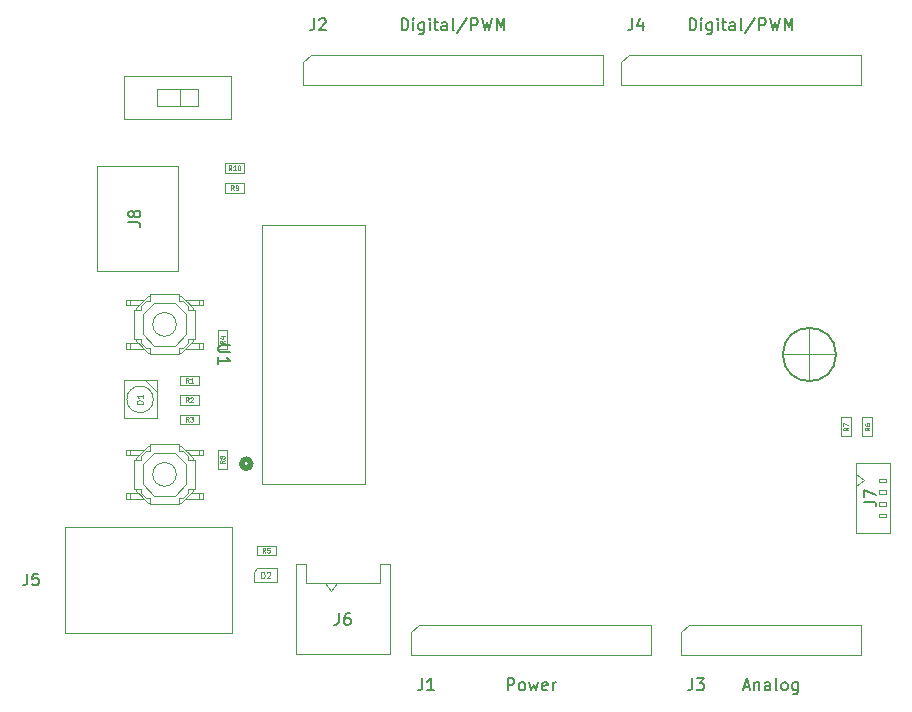
<source format=gbr>
%TF.GenerationSoftware,KiCad,Pcbnew,8.0.4*%
%TF.CreationDate,2024-12-04T08:53:49-07:00*%
%TF.ProjectId,particle-somduino,70617274-6963-46c6-952d-736f6d647569,rev?*%
%TF.SameCoordinates,Original*%
%TF.FileFunction,AssemblyDrawing,Top*%
%FSLAX46Y46*%
G04 Gerber Fmt 4.6, Leading zero omitted, Abs format (unit mm)*
G04 Created by KiCad (PCBNEW 8.0.4) date 2024-12-04 08:53:49*
%MOMM*%
%LPD*%
G01*
G04 APERTURE LIST*
%ADD10C,0.150000*%
%ADD11C,0.060000*%
%ADD12C,0.075000*%
%ADD13C,0.080000*%
%ADD14C,0.100000*%
%ADD15C,0.025400*%
%ADD16C,0.508000*%
%ADD17C,0.127000*%
G04 APERTURE END LIST*
D10*
X134853809Y-101724819D02*
X134853809Y-100724819D01*
X134853809Y-100724819D02*
X135234761Y-100724819D01*
X135234761Y-100724819D02*
X135329999Y-100772438D01*
X135329999Y-100772438D02*
X135377618Y-100820057D01*
X135377618Y-100820057D02*
X135425237Y-100915295D01*
X135425237Y-100915295D02*
X135425237Y-101058152D01*
X135425237Y-101058152D02*
X135377618Y-101153390D01*
X135377618Y-101153390D02*
X135329999Y-101201009D01*
X135329999Y-101201009D02*
X135234761Y-101248628D01*
X135234761Y-101248628D02*
X134853809Y-101248628D01*
X135996666Y-101724819D02*
X135901428Y-101677200D01*
X135901428Y-101677200D02*
X135853809Y-101629580D01*
X135853809Y-101629580D02*
X135806190Y-101534342D01*
X135806190Y-101534342D02*
X135806190Y-101248628D01*
X135806190Y-101248628D02*
X135853809Y-101153390D01*
X135853809Y-101153390D02*
X135901428Y-101105771D01*
X135901428Y-101105771D02*
X135996666Y-101058152D01*
X135996666Y-101058152D02*
X136139523Y-101058152D01*
X136139523Y-101058152D02*
X136234761Y-101105771D01*
X136234761Y-101105771D02*
X136282380Y-101153390D01*
X136282380Y-101153390D02*
X136329999Y-101248628D01*
X136329999Y-101248628D02*
X136329999Y-101534342D01*
X136329999Y-101534342D02*
X136282380Y-101629580D01*
X136282380Y-101629580D02*
X136234761Y-101677200D01*
X136234761Y-101677200D02*
X136139523Y-101724819D01*
X136139523Y-101724819D02*
X135996666Y-101724819D01*
X136663333Y-101058152D02*
X136853809Y-101724819D01*
X136853809Y-101724819D02*
X137044285Y-101248628D01*
X137044285Y-101248628D02*
X137234761Y-101724819D01*
X137234761Y-101724819D02*
X137425237Y-101058152D01*
X138187142Y-101677200D02*
X138091904Y-101724819D01*
X138091904Y-101724819D02*
X137901428Y-101724819D01*
X137901428Y-101724819D02*
X137806190Y-101677200D01*
X137806190Y-101677200D02*
X137758571Y-101581961D01*
X137758571Y-101581961D02*
X137758571Y-101201009D01*
X137758571Y-101201009D02*
X137806190Y-101105771D01*
X137806190Y-101105771D02*
X137901428Y-101058152D01*
X137901428Y-101058152D02*
X138091904Y-101058152D01*
X138091904Y-101058152D02*
X138187142Y-101105771D01*
X138187142Y-101105771D02*
X138234761Y-101201009D01*
X138234761Y-101201009D02*
X138234761Y-101296247D01*
X138234761Y-101296247D02*
X137758571Y-101391485D01*
X138663333Y-101724819D02*
X138663333Y-101058152D01*
X138663333Y-101248628D02*
X138710952Y-101153390D01*
X138710952Y-101153390D02*
X138758571Y-101105771D01*
X138758571Y-101105771D02*
X138853809Y-101058152D01*
X138853809Y-101058152D02*
X138949047Y-101058152D01*
X127606666Y-100724819D02*
X127606666Y-101439104D01*
X127606666Y-101439104D02*
X127559047Y-101581961D01*
X127559047Y-101581961D02*
X127463809Y-101677200D01*
X127463809Y-101677200D02*
X127320952Y-101724819D01*
X127320952Y-101724819D02*
X127225714Y-101724819D01*
X128606666Y-101724819D02*
X128035238Y-101724819D01*
X128320952Y-101724819D02*
X128320952Y-100724819D01*
X128320952Y-100724819D02*
X128225714Y-100867676D01*
X128225714Y-100867676D02*
X128130476Y-100962914D01*
X128130476Y-100962914D02*
X128035238Y-101010533D01*
X154840476Y-101439104D02*
X155316666Y-101439104D01*
X154745238Y-101724819D02*
X155078571Y-100724819D01*
X155078571Y-100724819D02*
X155411904Y-101724819D01*
X155745238Y-101058152D02*
X155745238Y-101724819D01*
X155745238Y-101153390D02*
X155792857Y-101105771D01*
X155792857Y-101105771D02*
X155888095Y-101058152D01*
X155888095Y-101058152D02*
X156030952Y-101058152D01*
X156030952Y-101058152D02*
X156126190Y-101105771D01*
X156126190Y-101105771D02*
X156173809Y-101201009D01*
X156173809Y-101201009D02*
X156173809Y-101724819D01*
X157078571Y-101724819D02*
X157078571Y-101201009D01*
X157078571Y-101201009D02*
X157030952Y-101105771D01*
X157030952Y-101105771D02*
X156935714Y-101058152D01*
X156935714Y-101058152D02*
X156745238Y-101058152D01*
X156745238Y-101058152D02*
X156650000Y-101105771D01*
X157078571Y-101677200D02*
X156983333Y-101724819D01*
X156983333Y-101724819D02*
X156745238Y-101724819D01*
X156745238Y-101724819D02*
X156650000Y-101677200D01*
X156650000Y-101677200D02*
X156602381Y-101581961D01*
X156602381Y-101581961D02*
X156602381Y-101486723D01*
X156602381Y-101486723D02*
X156650000Y-101391485D01*
X156650000Y-101391485D02*
X156745238Y-101343866D01*
X156745238Y-101343866D02*
X156983333Y-101343866D01*
X156983333Y-101343866D02*
X157078571Y-101296247D01*
X157697619Y-101724819D02*
X157602381Y-101677200D01*
X157602381Y-101677200D02*
X157554762Y-101581961D01*
X157554762Y-101581961D02*
X157554762Y-100724819D01*
X158221429Y-101724819D02*
X158126191Y-101677200D01*
X158126191Y-101677200D02*
X158078572Y-101629580D01*
X158078572Y-101629580D02*
X158030953Y-101534342D01*
X158030953Y-101534342D02*
X158030953Y-101248628D01*
X158030953Y-101248628D02*
X158078572Y-101153390D01*
X158078572Y-101153390D02*
X158126191Y-101105771D01*
X158126191Y-101105771D02*
X158221429Y-101058152D01*
X158221429Y-101058152D02*
X158364286Y-101058152D01*
X158364286Y-101058152D02*
X158459524Y-101105771D01*
X158459524Y-101105771D02*
X158507143Y-101153390D01*
X158507143Y-101153390D02*
X158554762Y-101248628D01*
X158554762Y-101248628D02*
X158554762Y-101534342D01*
X158554762Y-101534342D02*
X158507143Y-101629580D01*
X158507143Y-101629580D02*
X158459524Y-101677200D01*
X158459524Y-101677200D02*
X158364286Y-101724819D01*
X158364286Y-101724819D02*
X158221429Y-101724819D01*
X159411905Y-101058152D02*
X159411905Y-101867676D01*
X159411905Y-101867676D02*
X159364286Y-101962914D01*
X159364286Y-101962914D02*
X159316667Y-102010533D01*
X159316667Y-102010533D02*
X159221429Y-102058152D01*
X159221429Y-102058152D02*
X159078572Y-102058152D01*
X159078572Y-102058152D02*
X158983334Y-102010533D01*
X159411905Y-101677200D02*
X159316667Y-101724819D01*
X159316667Y-101724819D02*
X159126191Y-101724819D01*
X159126191Y-101724819D02*
X159030953Y-101677200D01*
X159030953Y-101677200D02*
X158983334Y-101629580D01*
X158983334Y-101629580D02*
X158935715Y-101534342D01*
X158935715Y-101534342D02*
X158935715Y-101248628D01*
X158935715Y-101248628D02*
X158983334Y-101153390D01*
X158983334Y-101153390D02*
X159030953Y-101105771D01*
X159030953Y-101105771D02*
X159126191Y-101058152D01*
X159126191Y-101058152D02*
X159316667Y-101058152D01*
X159316667Y-101058152D02*
X159411905Y-101105771D01*
X150466666Y-100724819D02*
X150466666Y-101439104D01*
X150466666Y-101439104D02*
X150419047Y-101581961D01*
X150419047Y-101581961D02*
X150323809Y-101677200D01*
X150323809Y-101677200D02*
X150180952Y-101724819D01*
X150180952Y-101724819D02*
X150085714Y-101724819D01*
X150847619Y-100724819D02*
X151466666Y-100724819D01*
X151466666Y-100724819D02*
X151133333Y-101105771D01*
X151133333Y-101105771D02*
X151276190Y-101105771D01*
X151276190Y-101105771D02*
X151371428Y-101153390D01*
X151371428Y-101153390D02*
X151419047Y-101201009D01*
X151419047Y-101201009D02*
X151466666Y-101296247D01*
X151466666Y-101296247D02*
X151466666Y-101534342D01*
X151466666Y-101534342D02*
X151419047Y-101629580D01*
X151419047Y-101629580D02*
X151371428Y-101677200D01*
X151371428Y-101677200D02*
X151276190Y-101724819D01*
X151276190Y-101724819D02*
X150990476Y-101724819D01*
X150990476Y-101724819D02*
X150895238Y-101677200D01*
X150895238Y-101677200D02*
X150847619Y-101629580D01*
X125868857Y-45844819D02*
X125868857Y-44844819D01*
X125868857Y-44844819D02*
X126106952Y-44844819D01*
X126106952Y-44844819D02*
X126249809Y-44892438D01*
X126249809Y-44892438D02*
X126345047Y-44987676D01*
X126345047Y-44987676D02*
X126392666Y-45082914D01*
X126392666Y-45082914D02*
X126440285Y-45273390D01*
X126440285Y-45273390D02*
X126440285Y-45416247D01*
X126440285Y-45416247D02*
X126392666Y-45606723D01*
X126392666Y-45606723D02*
X126345047Y-45701961D01*
X126345047Y-45701961D02*
X126249809Y-45797200D01*
X126249809Y-45797200D02*
X126106952Y-45844819D01*
X126106952Y-45844819D02*
X125868857Y-45844819D01*
X126868857Y-45844819D02*
X126868857Y-45178152D01*
X126868857Y-44844819D02*
X126821238Y-44892438D01*
X126821238Y-44892438D02*
X126868857Y-44940057D01*
X126868857Y-44940057D02*
X126916476Y-44892438D01*
X126916476Y-44892438D02*
X126868857Y-44844819D01*
X126868857Y-44844819D02*
X126868857Y-44940057D01*
X127773618Y-45178152D02*
X127773618Y-45987676D01*
X127773618Y-45987676D02*
X127725999Y-46082914D01*
X127725999Y-46082914D02*
X127678380Y-46130533D01*
X127678380Y-46130533D02*
X127583142Y-46178152D01*
X127583142Y-46178152D02*
X127440285Y-46178152D01*
X127440285Y-46178152D02*
X127345047Y-46130533D01*
X127773618Y-45797200D02*
X127678380Y-45844819D01*
X127678380Y-45844819D02*
X127487904Y-45844819D01*
X127487904Y-45844819D02*
X127392666Y-45797200D01*
X127392666Y-45797200D02*
X127345047Y-45749580D01*
X127345047Y-45749580D02*
X127297428Y-45654342D01*
X127297428Y-45654342D02*
X127297428Y-45368628D01*
X127297428Y-45368628D02*
X127345047Y-45273390D01*
X127345047Y-45273390D02*
X127392666Y-45225771D01*
X127392666Y-45225771D02*
X127487904Y-45178152D01*
X127487904Y-45178152D02*
X127678380Y-45178152D01*
X127678380Y-45178152D02*
X127773618Y-45225771D01*
X128249809Y-45844819D02*
X128249809Y-45178152D01*
X128249809Y-44844819D02*
X128202190Y-44892438D01*
X128202190Y-44892438D02*
X128249809Y-44940057D01*
X128249809Y-44940057D02*
X128297428Y-44892438D01*
X128297428Y-44892438D02*
X128249809Y-44844819D01*
X128249809Y-44844819D02*
X128249809Y-44940057D01*
X128583142Y-45178152D02*
X128964094Y-45178152D01*
X128725999Y-44844819D02*
X128725999Y-45701961D01*
X128725999Y-45701961D02*
X128773618Y-45797200D01*
X128773618Y-45797200D02*
X128868856Y-45844819D01*
X128868856Y-45844819D02*
X128964094Y-45844819D01*
X129725999Y-45844819D02*
X129725999Y-45321009D01*
X129725999Y-45321009D02*
X129678380Y-45225771D01*
X129678380Y-45225771D02*
X129583142Y-45178152D01*
X129583142Y-45178152D02*
X129392666Y-45178152D01*
X129392666Y-45178152D02*
X129297428Y-45225771D01*
X129725999Y-45797200D02*
X129630761Y-45844819D01*
X129630761Y-45844819D02*
X129392666Y-45844819D01*
X129392666Y-45844819D02*
X129297428Y-45797200D01*
X129297428Y-45797200D02*
X129249809Y-45701961D01*
X129249809Y-45701961D02*
X129249809Y-45606723D01*
X129249809Y-45606723D02*
X129297428Y-45511485D01*
X129297428Y-45511485D02*
X129392666Y-45463866D01*
X129392666Y-45463866D02*
X129630761Y-45463866D01*
X129630761Y-45463866D02*
X129725999Y-45416247D01*
X130345047Y-45844819D02*
X130249809Y-45797200D01*
X130249809Y-45797200D02*
X130202190Y-45701961D01*
X130202190Y-45701961D02*
X130202190Y-44844819D01*
X131440285Y-44797200D02*
X130583143Y-46082914D01*
X131773619Y-45844819D02*
X131773619Y-44844819D01*
X131773619Y-44844819D02*
X132154571Y-44844819D01*
X132154571Y-44844819D02*
X132249809Y-44892438D01*
X132249809Y-44892438D02*
X132297428Y-44940057D01*
X132297428Y-44940057D02*
X132345047Y-45035295D01*
X132345047Y-45035295D02*
X132345047Y-45178152D01*
X132345047Y-45178152D02*
X132297428Y-45273390D01*
X132297428Y-45273390D02*
X132249809Y-45321009D01*
X132249809Y-45321009D02*
X132154571Y-45368628D01*
X132154571Y-45368628D02*
X131773619Y-45368628D01*
X132678381Y-44844819D02*
X132916476Y-45844819D01*
X132916476Y-45844819D02*
X133106952Y-45130533D01*
X133106952Y-45130533D02*
X133297428Y-45844819D01*
X133297428Y-45844819D02*
X133535524Y-44844819D01*
X133916476Y-45844819D02*
X133916476Y-44844819D01*
X133916476Y-44844819D02*
X134249809Y-45559104D01*
X134249809Y-45559104D02*
X134583142Y-44844819D01*
X134583142Y-44844819D02*
X134583142Y-45844819D01*
X118462666Y-44844819D02*
X118462666Y-45559104D01*
X118462666Y-45559104D02*
X118415047Y-45701961D01*
X118415047Y-45701961D02*
X118319809Y-45797200D01*
X118319809Y-45797200D02*
X118176952Y-45844819D01*
X118176952Y-45844819D02*
X118081714Y-45844819D01*
X118891238Y-44940057D02*
X118938857Y-44892438D01*
X118938857Y-44892438D02*
X119034095Y-44844819D01*
X119034095Y-44844819D02*
X119272190Y-44844819D01*
X119272190Y-44844819D02*
X119367428Y-44892438D01*
X119367428Y-44892438D02*
X119415047Y-44940057D01*
X119415047Y-44940057D02*
X119462666Y-45035295D01*
X119462666Y-45035295D02*
X119462666Y-45130533D01*
X119462666Y-45130533D02*
X119415047Y-45273390D01*
X119415047Y-45273390D02*
X118843619Y-45844819D01*
X118843619Y-45844819D02*
X119462666Y-45844819D01*
X150252857Y-45844819D02*
X150252857Y-44844819D01*
X150252857Y-44844819D02*
X150490952Y-44844819D01*
X150490952Y-44844819D02*
X150633809Y-44892438D01*
X150633809Y-44892438D02*
X150729047Y-44987676D01*
X150729047Y-44987676D02*
X150776666Y-45082914D01*
X150776666Y-45082914D02*
X150824285Y-45273390D01*
X150824285Y-45273390D02*
X150824285Y-45416247D01*
X150824285Y-45416247D02*
X150776666Y-45606723D01*
X150776666Y-45606723D02*
X150729047Y-45701961D01*
X150729047Y-45701961D02*
X150633809Y-45797200D01*
X150633809Y-45797200D02*
X150490952Y-45844819D01*
X150490952Y-45844819D02*
X150252857Y-45844819D01*
X151252857Y-45844819D02*
X151252857Y-45178152D01*
X151252857Y-44844819D02*
X151205238Y-44892438D01*
X151205238Y-44892438D02*
X151252857Y-44940057D01*
X151252857Y-44940057D02*
X151300476Y-44892438D01*
X151300476Y-44892438D02*
X151252857Y-44844819D01*
X151252857Y-44844819D02*
X151252857Y-44940057D01*
X152157618Y-45178152D02*
X152157618Y-45987676D01*
X152157618Y-45987676D02*
X152109999Y-46082914D01*
X152109999Y-46082914D02*
X152062380Y-46130533D01*
X152062380Y-46130533D02*
X151967142Y-46178152D01*
X151967142Y-46178152D02*
X151824285Y-46178152D01*
X151824285Y-46178152D02*
X151729047Y-46130533D01*
X152157618Y-45797200D02*
X152062380Y-45844819D01*
X152062380Y-45844819D02*
X151871904Y-45844819D01*
X151871904Y-45844819D02*
X151776666Y-45797200D01*
X151776666Y-45797200D02*
X151729047Y-45749580D01*
X151729047Y-45749580D02*
X151681428Y-45654342D01*
X151681428Y-45654342D02*
X151681428Y-45368628D01*
X151681428Y-45368628D02*
X151729047Y-45273390D01*
X151729047Y-45273390D02*
X151776666Y-45225771D01*
X151776666Y-45225771D02*
X151871904Y-45178152D01*
X151871904Y-45178152D02*
X152062380Y-45178152D01*
X152062380Y-45178152D02*
X152157618Y-45225771D01*
X152633809Y-45844819D02*
X152633809Y-45178152D01*
X152633809Y-44844819D02*
X152586190Y-44892438D01*
X152586190Y-44892438D02*
X152633809Y-44940057D01*
X152633809Y-44940057D02*
X152681428Y-44892438D01*
X152681428Y-44892438D02*
X152633809Y-44844819D01*
X152633809Y-44844819D02*
X152633809Y-44940057D01*
X152967142Y-45178152D02*
X153348094Y-45178152D01*
X153109999Y-44844819D02*
X153109999Y-45701961D01*
X153109999Y-45701961D02*
X153157618Y-45797200D01*
X153157618Y-45797200D02*
X153252856Y-45844819D01*
X153252856Y-45844819D02*
X153348094Y-45844819D01*
X154109999Y-45844819D02*
X154109999Y-45321009D01*
X154109999Y-45321009D02*
X154062380Y-45225771D01*
X154062380Y-45225771D02*
X153967142Y-45178152D01*
X153967142Y-45178152D02*
X153776666Y-45178152D01*
X153776666Y-45178152D02*
X153681428Y-45225771D01*
X154109999Y-45797200D02*
X154014761Y-45844819D01*
X154014761Y-45844819D02*
X153776666Y-45844819D01*
X153776666Y-45844819D02*
X153681428Y-45797200D01*
X153681428Y-45797200D02*
X153633809Y-45701961D01*
X153633809Y-45701961D02*
X153633809Y-45606723D01*
X153633809Y-45606723D02*
X153681428Y-45511485D01*
X153681428Y-45511485D02*
X153776666Y-45463866D01*
X153776666Y-45463866D02*
X154014761Y-45463866D01*
X154014761Y-45463866D02*
X154109999Y-45416247D01*
X154729047Y-45844819D02*
X154633809Y-45797200D01*
X154633809Y-45797200D02*
X154586190Y-45701961D01*
X154586190Y-45701961D02*
X154586190Y-44844819D01*
X155824285Y-44797200D02*
X154967143Y-46082914D01*
X156157619Y-45844819D02*
X156157619Y-44844819D01*
X156157619Y-44844819D02*
X156538571Y-44844819D01*
X156538571Y-44844819D02*
X156633809Y-44892438D01*
X156633809Y-44892438D02*
X156681428Y-44940057D01*
X156681428Y-44940057D02*
X156729047Y-45035295D01*
X156729047Y-45035295D02*
X156729047Y-45178152D01*
X156729047Y-45178152D02*
X156681428Y-45273390D01*
X156681428Y-45273390D02*
X156633809Y-45321009D01*
X156633809Y-45321009D02*
X156538571Y-45368628D01*
X156538571Y-45368628D02*
X156157619Y-45368628D01*
X157062381Y-44844819D02*
X157300476Y-45844819D01*
X157300476Y-45844819D02*
X157490952Y-45130533D01*
X157490952Y-45130533D02*
X157681428Y-45844819D01*
X157681428Y-45844819D02*
X157919524Y-44844819D01*
X158300476Y-45844819D02*
X158300476Y-44844819D01*
X158300476Y-44844819D02*
X158633809Y-45559104D01*
X158633809Y-45559104D02*
X158967142Y-44844819D01*
X158967142Y-44844819D02*
X158967142Y-45844819D01*
X145386666Y-44844819D02*
X145386666Y-45559104D01*
X145386666Y-45559104D02*
X145339047Y-45701961D01*
X145339047Y-45701961D02*
X145243809Y-45797200D01*
X145243809Y-45797200D02*
X145100952Y-45844819D01*
X145100952Y-45844819D02*
X145005714Y-45844819D01*
X146291428Y-45178152D02*
X146291428Y-45844819D01*
X146053333Y-44797200D02*
X145815238Y-45511485D01*
X145815238Y-45511485D02*
X146434285Y-45511485D01*
D11*
X110881927Y-72116666D02*
X110691451Y-72249999D01*
X110881927Y-72345237D02*
X110481927Y-72345237D01*
X110481927Y-72345237D02*
X110481927Y-72192856D01*
X110481927Y-72192856D02*
X110500975Y-72154761D01*
X110500975Y-72154761D02*
X110520022Y-72135714D01*
X110520022Y-72135714D02*
X110558118Y-72116666D01*
X110558118Y-72116666D02*
X110615260Y-72116666D01*
X110615260Y-72116666D02*
X110653356Y-72135714D01*
X110653356Y-72135714D02*
X110672403Y-72154761D01*
X110672403Y-72154761D02*
X110691451Y-72192856D01*
X110691451Y-72192856D02*
X110691451Y-72345237D01*
X110615260Y-71773809D02*
X110881927Y-71773809D01*
X110462880Y-71869047D02*
X110748594Y-71964285D01*
X110748594Y-71964285D02*
X110748594Y-71716666D01*
X107838333Y-75681927D02*
X107705000Y-75491451D01*
X107609762Y-75681927D02*
X107609762Y-75281927D01*
X107609762Y-75281927D02*
X107762143Y-75281927D01*
X107762143Y-75281927D02*
X107800238Y-75300975D01*
X107800238Y-75300975D02*
X107819285Y-75320022D01*
X107819285Y-75320022D02*
X107838333Y-75358118D01*
X107838333Y-75358118D02*
X107838333Y-75415260D01*
X107838333Y-75415260D02*
X107819285Y-75453356D01*
X107819285Y-75453356D02*
X107800238Y-75472403D01*
X107800238Y-75472403D02*
X107762143Y-75491451D01*
X107762143Y-75491451D02*
X107609762Y-75491451D01*
X108219285Y-75681927D02*
X107990714Y-75681927D01*
X108105000Y-75681927D02*
X108105000Y-75281927D01*
X108105000Y-75281927D02*
X108066904Y-75339070D01*
X108066904Y-75339070D02*
X108028809Y-75377165D01*
X108028809Y-75377165D02*
X107990714Y-75396213D01*
X114333333Y-90081927D02*
X114200000Y-89891451D01*
X114104762Y-90081927D02*
X114104762Y-89681927D01*
X114104762Y-89681927D02*
X114257143Y-89681927D01*
X114257143Y-89681927D02*
X114295238Y-89700975D01*
X114295238Y-89700975D02*
X114314285Y-89720022D01*
X114314285Y-89720022D02*
X114333333Y-89758118D01*
X114333333Y-89758118D02*
X114333333Y-89815260D01*
X114333333Y-89815260D02*
X114314285Y-89853356D01*
X114314285Y-89853356D02*
X114295238Y-89872403D01*
X114295238Y-89872403D02*
X114257143Y-89891451D01*
X114257143Y-89891451D02*
X114104762Y-89891451D01*
X114695238Y-89681927D02*
X114504762Y-89681927D01*
X114504762Y-89681927D02*
X114485714Y-89872403D01*
X114485714Y-89872403D02*
X114504762Y-89853356D01*
X114504762Y-89853356D02*
X114542857Y-89834308D01*
X114542857Y-89834308D02*
X114638095Y-89834308D01*
X114638095Y-89834308D02*
X114676190Y-89853356D01*
X114676190Y-89853356D02*
X114695238Y-89872403D01*
X114695238Y-89872403D02*
X114714285Y-89910499D01*
X114714285Y-89910499D02*
X114714285Y-90005737D01*
X114714285Y-90005737D02*
X114695238Y-90043832D01*
X114695238Y-90043832D02*
X114676190Y-90062880D01*
X114676190Y-90062880D02*
X114638095Y-90081927D01*
X114638095Y-90081927D02*
X114542857Y-90081927D01*
X114542857Y-90081927D02*
X114504762Y-90062880D01*
X114504762Y-90062880D02*
X114485714Y-90043832D01*
D10*
X120566666Y-95204819D02*
X120566666Y-95919104D01*
X120566666Y-95919104D02*
X120519047Y-96061961D01*
X120519047Y-96061961D02*
X120423809Y-96157200D01*
X120423809Y-96157200D02*
X120280952Y-96204819D01*
X120280952Y-96204819D02*
X120185714Y-96204819D01*
X121471428Y-95204819D02*
X121280952Y-95204819D01*
X121280952Y-95204819D02*
X121185714Y-95252438D01*
X121185714Y-95252438D02*
X121138095Y-95300057D01*
X121138095Y-95300057D02*
X121042857Y-95442914D01*
X121042857Y-95442914D02*
X120995238Y-95633390D01*
X120995238Y-95633390D02*
X120995238Y-96014342D01*
X120995238Y-96014342D02*
X121042857Y-96109580D01*
X121042857Y-96109580D02*
X121090476Y-96157200D01*
X121090476Y-96157200D02*
X121185714Y-96204819D01*
X121185714Y-96204819D02*
X121376190Y-96204819D01*
X121376190Y-96204819D02*
X121471428Y-96157200D01*
X121471428Y-96157200D02*
X121519047Y-96109580D01*
X121519047Y-96109580D02*
X121566666Y-96014342D01*
X121566666Y-96014342D02*
X121566666Y-95776247D01*
X121566666Y-95776247D02*
X121519047Y-95681009D01*
X121519047Y-95681009D02*
X121471428Y-95633390D01*
X121471428Y-95633390D02*
X121376190Y-95585771D01*
X121376190Y-95585771D02*
X121185714Y-95585771D01*
X121185714Y-95585771D02*
X121090476Y-95633390D01*
X121090476Y-95633390D02*
X121042857Y-95681009D01*
X121042857Y-95681009D02*
X120995238Y-95776247D01*
D12*
X103957409Y-77469047D02*
X103457409Y-77469047D01*
X103457409Y-77469047D02*
X103457409Y-77349999D01*
X103457409Y-77349999D02*
X103481219Y-77278571D01*
X103481219Y-77278571D02*
X103528838Y-77230952D01*
X103528838Y-77230952D02*
X103576457Y-77207142D01*
X103576457Y-77207142D02*
X103671695Y-77183333D01*
X103671695Y-77183333D02*
X103743123Y-77183333D01*
X103743123Y-77183333D02*
X103838361Y-77207142D01*
X103838361Y-77207142D02*
X103885980Y-77230952D01*
X103885980Y-77230952D02*
X103933600Y-77278571D01*
X103933600Y-77278571D02*
X103957409Y-77349999D01*
X103957409Y-77349999D02*
X103957409Y-77469047D01*
X103957409Y-76707142D02*
X103957409Y-76992856D01*
X103957409Y-76849999D02*
X103457409Y-76849999D01*
X103457409Y-76849999D02*
X103528838Y-76897618D01*
X103528838Y-76897618D02*
X103576457Y-76945237D01*
X103576457Y-76945237D02*
X103600266Y-76992856D01*
D10*
X94166666Y-91854819D02*
X94166666Y-92569104D01*
X94166666Y-92569104D02*
X94119047Y-92711961D01*
X94119047Y-92711961D02*
X94023809Y-92807200D01*
X94023809Y-92807200D02*
X93880952Y-92854819D01*
X93880952Y-92854819D02*
X93785714Y-92854819D01*
X95119047Y-91854819D02*
X94642857Y-91854819D01*
X94642857Y-91854819D02*
X94595238Y-92331009D01*
X94595238Y-92331009D02*
X94642857Y-92283390D01*
X94642857Y-92283390D02*
X94738095Y-92235771D01*
X94738095Y-92235771D02*
X94976190Y-92235771D01*
X94976190Y-92235771D02*
X95071428Y-92283390D01*
X95071428Y-92283390D02*
X95119047Y-92331009D01*
X95119047Y-92331009D02*
X95166666Y-92426247D01*
X95166666Y-92426247D02*
X95166666Y-92664342D01*
X95166666Y-92664342D02*
X95119047Y-92759580D01*
X95119047Y-92759580D02*
X95071428Y-92807200D01*
X95071428Y-92807200D02*
X94976190Y-92854819D01*
X94976190Y-92854819D02*
X94738095Y-92854819D01*
X94738095Y-92854819D02*
X94642857Y-92807200D01*
X94642857Y-92807200D02*
X94595238Y-92759580D01*
D11*
X110881927Y-82266666D02*
X110691451Y-82399999D01*
X110881927Y-82495237D02*
X110481927Y-82495237D01*
X110481927Y-82495237D02*
X110481927Y-82342856D01*
X110481927Y-82342856D02*
X110500975Y-82304761D01*
X110500975Y-82304761D02*
X110520022Y-82285714D01*
X110520022Y-82285714D02*
X110558118Y-82266666D01*
X110558118Y-82266666D02*
X110615260Y-82266666D01*
X110615260Y-82266666D02*
X110653356Y-82285714D01*
X110653356Y-82285714D02*
X110672403Y-82304761D01*
X110672403Y-82304761D02*
X110691451Y-82342856D01*
X110691451Y-82342856D02*
X110691451Y-82495237D01*
X110653356Y-82038095D02*
X110634308Y-82076190D01*
X110634308Y-82076190D02*
X110615260Y-82095237D01*
X110615260Y-82095237D02*
X110577165Y-82114285D01*
X110577165Y-82114285D02*
X110558118Y-82114285D01*
X110558118Y-82114285D02*
X110520022Y-82095237D01*
X110520022Y-82095237D02*
X110500975Y-82076190D01*
X110500975Y-82076190D02*
X110481927Y-82038095D01*
X110481927Y-82038095D02*
X110481927Y-81961904D01*
X110481927Y-81961904D02*
X110500975Y-81923809D01*
X110500975Y-81923809D02*
X110520022Y-81904761D01*
X110520022Y-81904761D02*
X110558118Y-81885714D01*
X110558118Y-81885714D02*
X110577165Y-81885714D01*
X110577165Y-81885714D02*
X110615260Y-81904761D01*
X110615260Y-81904761D02*
X110634308Y-81923809D01*
X110634308Y-81923809D02*
X110653356Y-81961904D01*
X110653356Y-81961904D02*
X110653356Y-82038095D01*
X110653356Y-82038095D02*
X110672403Y-82076190D01*
X110672403Y-82076190D02*
X110691451Y-82095237D01*
X110691451Y-82095237D02*
X110729546Y-82114285D01*
X110729546Y-82114285D02*
X110805737Y-82114285D01*
X110805737Y-82114285D02*
X110843832Y-82095237D01*
X110843832Y-82095237D02*
X110862880Y-82076190D01*
X110862880Y-82076190D02*
X110881927Y-82038095D01*
X110881927Y-82038095D02*
X110881927Y-81961904D01*
X110881927Y-81961904D02*
X110862880Y-81923809D01*
X110862880Y-81923809D02*
X110843832Y-81904761D01*
X110843832Y-81904761D02*
X110805737Y-81885714D01*
X110805737Y-81885714D02*
X110729546Y-81885714D01*
X110729546Y-81885714D02*
X110691451Y-81904761D01*
X110691451Y-81904761D02*
X110672403Y-81923809D01*
X110672403Y-81923809D02*
X110653356Y-81961904D01*
D10*
X111359880Y-72538095D02*
X110550357Y-72538095D01*
X110550357Y-72538095D02*
X110455119Y-72585714D01*
X110455119Y-72585714D02*
X110407500Y-72633333D01*
X110407500Y-72633333D02*
X110359880Y-72728571D01*
X110359880Y-72728571D02*
X110359880Y-72919047D01*
X110359880Y-72919047D02*
X110407500Y-73014285D01*
X110407500Y-73014285D02*
X110455119Y-73061904D01*
X110455119Y-73061904D02*
X110550357Y-73109523D01*
X110550357Y-73109523D02*
X111359880Y-73109523D01*
X110359880Y-74109523D02*
X110359880Y-73538095D01*
X110359880Y-73823809D02*
X111359880Y-73823809D01*
X111359880Y-73823809D02*
X111217023Y-73728571D01*
X111217023Y-73728571D02*
X111121785Y-73633333D01*
X111121785Y-73633333D02*
X111074166Y-73538095D01*
D11*
X111467857Y-57681927D02*
X111334524Y-57491451D01*
X111239286Y-57681927D02*
X111239286Y-57281927D01*
X111239286Y-57281927D02*
X111391667Y-57281927D01*
X111391667Y-57281927D02*
X111429762Y-57300975D01*
X111429762Y-57300975D02*
X111448809Y-57320022D01*
X111448809Y-57320022D02*
X111467857Y-57358118D01*
X111467857Y-57358118D02*
X111467857Y-57415260D01*
X111467857Y-57415260D02*
X111448809Y-57453356D01*
X111448809Y-57453356D02*
X111429762Y-57472403D01*
X111429762Y-57472403D02*
X111391667Y-57491451D01*
X111391667Y-57491451D02*
X111239286Y-57491451D01*
X111848809Y-57681927D02*
X111620238Y-57681927D01*
X111734524Y-57681927D02*
X111734524Y-57281927D01*
X111734524Y-57281927D02*
X111696428Y-57339070D01*
X111696428Y-57339070D02*
X111658333Y-57377165D01*
X111658333Y-57377165D02*
X111620238Y-57396213D01*
X112096428Y-57281927D02*
X112134523Y-57281927D01*
X112134523Y-57281927D02*
X112172619Y-57300975D01*
X112172619Y-57300975D02*
X112191666Y-57320022D01*
X112191666Y-57320022D02*
X112210714Y-57358118D01*
X112210714Y-57358118D02*
X112229761Y-57434308D01*
X112229761Y-57434308D02*
X112229761Y-57529546D01*
X112229761Y-57529546D02*
X112210714Y-57605737D01*
X112210714Y-57605737D02*
X112191666Y-57643832D01*
X112191666Y-57643832D02*
X112172619Y-57662880D01*
X112172619Y-57662880D02*
X112134523Y-57681927D01*
X112134523Y-57681927D02*
X112096428Y-57681927D01*
X112096428Y-57681927D02*
X112058333Y-57662880D01*
X112058333Y-57662880D02*
X112039285Y-57643832D01*
X112039285Y-57643832D02*
X112020238Y-57605737D01*
X112020238Y-57605737D02*
X112001190Y-57529546D01*
X112001190Y-57529546D02*
X112001190Y-57434308D01*
X112001190Y-57434308D02*
X112020238Y-57358118D01*
X112020238Y-57358118D02*
X112039285Y-57320022D01*
X112039285Y-57320022D02*
X112058333Y-57300975D01*
X112058333Y-57300975D02*
X112096428Y-57281927D01*
X107838333Y-77331927D02*
X107705000Y-77141451D01*
X107609762Y-77331927D02*
X107609762Y-76931927D01*
X107609762Y-76931927D02*
X107762143Y-76931927D01*
X107762143Y-76931927D02*
X107800238Y-76950975D01*
X107800238Y-76950975D02*
X107819285Y-76970022D01*
X107819285Y-76970022D02*
X107838333Y-77008118D01*
X107838333Y-77008118D02*
X107838333Y-77065260D01*
X107838333Y-77065260D02*
X107819285Y-77103356D01*
X107819285Y-77103356D02*
X107800238Y-77122403D01*
X107800238Y-77122403D02*
X107762143Y-77141451D01*
X107762143Y-77141451D02*
X107609762Y-77141451D01*
X107990714Y-76970022D02*
X108009762Y-76950975D01*
X108009762Y-76950975D02*
X108047857Y-76931927D01*
X108047857Y-76931927D02*
X108143095Y-76931927D01*
X108143095Y-76931927D02*
X108181190Y-76950975D01*
X108181190Y-76950975D02*
X108200238Y-76970022D01*
X108200238Y-76970022D02*
X108219285Y-77008118D01*
X108219285Y-77008118D02*
X108219285Y-77046213D01*
X108219285Y-77046213D02*
X108200238Y-77103356D01*
X108200238Y-77103356D02*
X107971666Y-77331927D01*
X107971666Y-77331927D02*
X108219285Y-77331927D01*
X165481927Y-79491666D02*
X165291451Y-79624999D01*
X165481927Y-79720237D02*
X165081927Y-79720237D01*
X165081927Y-79720237D02*
X165081927Y-79567856D01*
X165081927Y-79567856D02*
X165100975Y-79529761D01*
X165100975Y-79529761D02*
X165120022Y-79510714D01*
X165120022Y-79510714D02*
X165158118Y-79491666D01*
X165158118Y-79491666D02*
X165215260Y-79491666D01*
X165215260Y-79491666D02*
X165253356Y-79510714D01*
X165253356Y-79510714D02*
X165272403Y-79529761D01*
X165272403Y-79529761D02*
X165291451Y-79567856D01*
X165291451Y-79567856D02*
X165291451Y-79720237D01*
X165081927Y-79148809D02*
X165081927Y-79224999D01*
X165081927Y-79224999D02*
X165100975Y-79263095D01*
X165100975Y-79263095D02*
X165120022Y-79282142D01*
X165120022Y-79282142D02*
X165177165Y-79320237D01*
X165177165Y-79320237D02*
X165253356Y-79339285D01*
X165253356Y-79339285D02*
X165405737Y-79339285D01*
X165405737Y-79339285D02*
X165443832Y-79320237D01*
X165443832Y-79320237D02*
X165462880Y-79301190D01*
X165462880Y-79301190D02*
X165481927Y-79263095D01*
X165481927Y-79263095D02*
X165481927Y-79186904D01*
X165481927Y-79186904D02*
X165462880Y-79148809D01*
X165462880Y-79148809D02*
X165443832Y-79129761D01*
X165443832Y-79129761D02*
X165405737Y-79110714D01*
X165405737Y-79110714D02*
X165310499Y-79110714D01*
X165310499Y-79110714D02*
X165272403Y-79129761D01*
X165272403Y-79129761D02*
X165253356Y-79148809D01*
X165253356Y-79148809D02*
X165234308Y-79186904D01*
X165234308Y-79186904D02*
X165234308Y-79263095D01*
X165234308Y-79263095D02*
X165253356Y-79301190D01*
X165253356Y-79301190D02*
X165272403Y-79320237D01*
X165272403Y-79320237D02*
X165310499Y-79339285D01*
X111658333Y-59381927D02*
X111525000Y-59191451D01*
X111429762Y-59381927D02*
X111429762Y-58981927D01*
X111429762Y-58981927D02*
X111582143Y-58981927D01*
X111582143Y-58981927D02*
X111620238Y-59000975D01*
X111620238Y-59000975D02*
X111639285Y-59020022D01*
X111639285Y-59020022D02*
X111658333Y-59058118D01*
X111658333Y-59058118D02*
X111658333Y-59115260D01*
X111658333Y-59115260D02*
X111639285Y-59153356D01*
X111639285Y-59153356D02*
X111620238Y-59172403D01*
X111620238Y-59172403D02*
X111582143Y-59191451D01*
X111582143Y-59191451D02*
X111429762Y-59191451D01*
X111848809Y-59381927D02*
X111925000Y-59381927D01*
X111925000Y-59381927D02*
X111963095Y-59362880D01*
X111963095Y-59362880D02*
X111982143Y-59343832D01*
X111982143Y-59343832D02*
X112020238Y-59286689D01*
X112020238Y-59286689D02*
X112039285Y-59210499D01*
X112039285Y-59210499D02*
X112039285Y-59058118D01*
X112039285Y-59058118D02*
X112020238Y-59020022D01*
X112020238Y-59020022D02*
X112001190Y-59000975D01*
X112001190Y-59000975D02*
X111963095Y-58981927D01*
X111963095Y-58981927D02*
X111886904Y-58981927D01*
X111886904Y-58981927D02*
X111848809Y-59000975D01*
X111848809Y-59000975D02*
X111829762Y-59020022D01*
X111829762Y-59020022D02*
X111810714Y-59058118D01*
X111810714Y-59058118D02*
X111810714Y-59153356D01*
X111810714Y-59153356D02*
X111829762Y-59191451D01*
X111829762Y-59191451D02*
X111848809Y-59210499D01*
X111848809Y-59210499D02*
X111886904Y-59229546D01*
X111886904Y-59229546D02*
X111963095Y-59229546D01*
X111963095Y-59229546D02*
X112001190Y-59210499D01*
X112001190Y-59210499D02*
X112020238Y-59191451D01*
X112020238Y-59191451D02*
X112039285Y-59153356D01*
D10*
X102749819Y-62123333D02*
X103464104Y-62123333D01*
X103464104Y-62123333D02*
X103606961Y-62170952D01*
X103606961Y-62170952D02*
X103702200Y-62266190D01*
X103702200Y-62266190D02*
X103749819Y-62409047D01*
X103749819Y-62409047D02*
X103749819Y-62504285D01*
X103178390Y-61504285D02*
X103130771Y-61599523D01*
X103130771Y-61599523D02*
X103083152Y-61647142D01*
X103083152Y-61647142D02*
X102987914Y-61694761D01*
X102987914Y-61694761D02*
X102940295Y-61694761D01*
X102940295Y-61694761D02*
X102845057Y-61647142D01*
X102845057Y-61647142D02*
X102797438Y-61599523D01*
X102797438Y-61599523D02*
X102749819Y-61504285D01*
X102749819Y-61504285D02*
X102749819Y-61313809D01*
X102749819Y-61313809D02*
X102797438Y-61218571D01*
X102797438Y-61218571D02*
X102845057Y-61170952D01*
X102845057Y-61170952D02*
X102940295Y-61123333D01*
X102940295Y-61123333D02*
X102987914Y-61123333D01*
X102987914Y-61123333D02*
X103083152Y-61170952D01*
X103083152Y-61170952D02*
X103130771Y-61218571D01*
X103130771Y-61218571D02*
X103178390Y-61313809D01*
X103178390Y-61313809D02*
X103178390Y-61504285D01*
X103178390Y-61504285D02*
X103226009Y-61599523D01*
X103226009Y-61599523D02*
X103273628Y-61647142D01*
X103273628Y-61647142D02*
X103368866Y-61694761D01*
X103368866Y-61694761D02*
X103559342Y-61694761D01*
X103559342Y-61694761D02*
X103654580Y-61647142D01*
X103654580Y-61647142D02*
X103702200Y-61599523D01*
X103702200Y-61599523D02*
X103749819Y-61504285D01*
X103749819Y-61504285D02*
X103749819Y-61313809D01*
X103749819Y-61313809D02*
X103702200Y-61218571D01*
X103702200Y-61218571D02*
X103654580Y-61170952D01*
X103654580Y-61170952D02*
X103559342Y-61123333D01*
X103559342Y-61123333D02*
X103368866Y-61123333D01*
X103368866Y-61123333D02*
X103273628Y-61170952D01*
X103273628Y-61170952D02*
X103226009Y-61218571D01*
X103226009Y-61218571D02*
X103178390Y-61313809D01*
D13*
X113993452Y-92227149D02*
X113993452Y-91727149D01*
X113993452Y-91727149D02*
X114112500Y-91727149D01*
X114112500Y-91727149D02*
X114183928Y-91750959D01*
X114183928Y-91750959D02*
X114231547Y-91798578D01*
X114231547Y-91798578D02*
X114255357Y-91846197D01*
X114255357Y-91846197D02*
X114279166Y-91941435D01*
X114279166Y-91941435D02*
X114279166Y-92012863D01*
X114279166Y-92012863D02*
X114255357Y-92108101D01*
X114255357Y-92108101D02*
X114231547Y-92155720D01*
X114231547Y-92155720D02*
X114183928Y-92203340D01*
X114183928Y-92203340D02*
X114112500Y-92227149D01*
X114112500Y-92227149D02*
X113993452Y-92227149D01*
X114469643Y-91774768D02*
X114493452Y-91750959D01*
X114493452Y-91750959D02*
X114541071Y-91727149D01*
X114541071Y-91727149D02*
X114660119Y-91727149D01*
X114660119Y-91727149D02*
X114707738Y-91750959D01*
X114707738Y-91750959D02*
X114731547Y-91774768D01*
X114731547Y-91774768D02*
X114755357Y-91822387D01*
X114755357Y-91822387D02*
X114755357Y-91870006D01*
X114755357Y-91870006D02*
X114731547Y-91941435D01*
X114731547Y-91941435D02*
X114445833Y-92227149D01*
X114445833Y-92227149D02*
X114755357Y-92227149D01*
D11*
X107838333Y-78981927D02*
X107705000Y-78791451D01*
X107609762Y-78981927D02*
X107609762Y-78581927D01*
X107609762Y-78581927D02*
X107762143Y-78581927D01*
X107762143Y-78581927D02*
X107800238Y-78600975D01*
X107800238Y-78600975D02*
X107819285Y-78620022D01*
X107819285Y-78620022D02*
X107838333Y-78658118D01*
X107838333Y-78658118D02*
X107838333Y-78715260D01*
X107838333Y-78715260D02*
X107819285Y-78753356D01*
X107819285Y-78753356D02*
X107800238Y-78772403D01*
X107800238Y-78772403D02*
X107762143Y-78791451D01*
X107762143Y-78791451D02*
X107609762Y-78791451D01*
X107971666Y-78581927D02*
X108219285Y-78581927D01*
X108219285Y-78581927D02*
X108085952Y-78734308D01*
X108085952Y-78734308D02*
X108143095Y-78734308D01*
X108143095Y-78734308D02*
X108181190Y-78753356D01*
X108181190Y-78753356D02*
X108200238Y-78772403D01*
X108200238Y-78772403D02*
X108219285Y-78810499D01*
X108219285Y-78810499D02*
X108219285Y-78905737D01*
X108219285Y-78905737D02*
X108200238Y-78943832D01*
X108200238Y-78943832D02*
X108181190Y-78962880D01*
X108181190Y-78962880D02*
X108143095Y-78981927D01*
X108143095Y-78981927D02*
X108028809Y-78981927D01*
X108028809Y-78981927D02*
X107990714Y-78962880D01*
X107990714Y-78962880D02*
X107971666Y-78943832D01*
X163681927Y-79491666D02*
X163491451Y-79624999D01*
X163681927Y-79720237D02*
X163281927Y-79720237D01*
X163281927Y-79720237D02*
X163281927Y-79567856D01*
X163281927Y-79567856D02*
X163300975Y-79529761D01*
X163300975Y-79529761D02*
X163320022Y-79510714D01*
X163320022Y-79510714D02*
X163358118Y-79491666D01*
X163358118Y-79491666D02*
X163415260Y-79491666D01*
X163415260Y-79491666D02*
X163453356Y-79510714D01*
X163453356Y-79510714D02*
X163472403Y-79529761D01*
X163472403Y-79529761D02*
X163491451Y-79567856D01*
X163491451Y-79567856D02*
X163491451Y-79720237D01*
X163281927Y-79358333D02*
X163281927Y-79091666D01*
X163281927Y-79091666D02*
X163681927Y-79263095D01*
D10*
X165054819Y-85783333D02*
X165769104Y-85783333D01*
X165769104Y-85783333D02*
X165911961Y-85830952D01*
X165911961Y-85830952D02*
X166007200Y-85926190D01*
X166007200Y-85926190D02*
X166054819Y-86069047D01*
X166054819Y-86069047D02*
X166054819Y-86164285D01*
X165054819Y-85402380D02*
X165054819Y-84735714D01*
X165054819Y-84735714D02*
X166054819Y-85164285D01*
D14*
%TO.C,J1*%
X126670000Y-96825000D02*
X127305000Y-96190000D01*
X126670000Y-98730000D02*
X126670000Y-96825000D01*
X127305000Y-96190000D02*
X146990000Y-96190000D01*
X146990000Y-96190000D02*
X146990000Y-98730000D01*
X146990000Y-98730000D02*
X126670000Y-98730000D01*
%TO.C,J3*%
X149530000Y-96825000D02*
X150165000Y-96190000D01*
X149530000Y-98730000D02*
X149530000Y-96825000D01*
X150165000Y-96190000D02*
X164770000Y-96190000D01*
X164770000Y-96190000D02*
X164770000Y-98730000D01*
X164770000Y-98730000D02*
X149530000Y-98730000D01*
%TO.C,J2*%
X117526000Y-48565000D02*
X118161000Y-47930000D01*
X117526000Y-50470000D02*
X117526000Y-48565000D01*
X118161000Y-47930000D02*
X142926000Y-47930000D01*
X142926000Y-47930000D02*
X142926000Y-50470000D01*
X142926000Y-50470000D02*
X117526000Y-50470000D01*
%TO.C,J4*%
X144450000Y-48565000D02*
X145085000Y-47930000D01*
X144450000Y-50470000D02*
X144450000Y-48565000D01*
X145085000Y-47930000D02*
X164770000Y-47930000D01*
X164770000Y-47930000D02*
X164770000Y-50470000D01*
X164770000Y-50470000D02*
X144450000Y-50470000D01*
%TO.C,R4*%
X110287500Y-71250000D02*
X111112500Y-71250000D01*
X110287500Y-72850000D02*
X110287500Y-71250000D01*
X111112500Y-71250000D02*
X111112500Y-72850000D01*
X111112500Y-72850000D02*
X110287500Y-72850000D01*
%TO.C,R1*%
X107105000Y-75087500D02*
X108705000Y-75087500D01*
X107105000Y-75912500D02*
X107105000Y-75087500D01*
X108705000Y-75087500D02*
X108705000Y-75912500D01*
X108705000Y-75912500D02*
X107105000Y-75912500D01*
%TO.C,SW1*%
X102900000Y-81350000D02*
X102900000Y-81850000D01*
X102900000Y-85550000D02*
X102900000Y-85050000D01*
X103400000Y-82050000D02*
X104400000Y-81050000D01*
X103400000Y-82200000D02*
X103400000Y-82050000D01*
X103400000Y-84850000D02*
X103400000Y-84700000D01*
X104400000Y-81050000D02*
X104550000Y-81050000D01*
X104400000Y-85850000D02*
X103400000Y-84850000D01*
X104550000Y-85850000D02*
X104400000Y-85850000D01*
X107050000Y-81050000D02*
X107200000Y-81050000D01*
X107200000Y-81050000D02*
X108200000Y-82050000D01*
X107200000Y-85850000D02*
X107050000Y-85850000D01*
X108200000Y-82050000D02*
X108200000Y-82200000D01*
X108200000Y-84700000D02*
X108200000Y-84850000D01*
X108200000Y-84850000D02*
X107200000Y-85850000D01*
X108700000Y-81350000D02*
X108700000Y-81850000D01*
X108700000Y-85550000D02*
X108700000Y-85050000D01*
X106800000Y-83450000D02*
G75*
G02*
X104800000Y-83450000I-1000000J0D01*
G01*
X104800000Y-83450000D02*
G75*
G02*
X106800000Y-83450000I1000000J0D01*
G01*
X103600000Y-81850000D02*
X102550000Y-81850000D01*
X102550000Y-81350000D01*
X104100000Y-81350000D01*
X103600000Y-81850000D01*
X104100000Y-85550000D02*
X102550000Y-85550000D01*
X102550000Y-85050000D01*
X103600000Y-85050000D01*
X104100000Y-85550000D01*
X109050000Y-81850000D02*
X108000000Y-81850000D01*
X107500000Y-81350000D01*
X109050000Y-81350000D01*
X109050000Y-81850000D01*
X109050000Y-85550000D02*
X107500000Y-85550000D01*
X108000000Y-85050000D01*
X109050000Y-85050000D01*
X109050000Y-85550000D01*
X107650000Y-82600000D02*
X107650000Y-84300000D01*
X106650000Y-85300000D01*
X104950000Y-85300000D01*
X103950000Y-84300000D01*
X103950000Y-82600000D01*
X104950000Y-81600000D01*
X106650000Y-81600000D01*
X107650000Y-82600000D01*
X107050000Y-81475000D02*
X107375000Y-81475000D01*
X107775000Y-81875000D01*
X107775000Y-82200000D01*
X108350000Y-82200000D01*
X108350000Y-84700000D01*
X107775000Y-84700000D01*
X107775000Y-85025000D01*
X107375000Y-85425000D01*
X107050000Y-85425000D01*
X107050000Y-86000000D01*
X104550000Y-86000000D01*
X104550000Y-85425000D01*
X104225000Y-85425000D01*
X103825000Y-85025000D01*
X103825000Y-84700000D01*
X103250000Y-84700000D01*
X103250000Y-82200000D01*
X103825000Y-82200000D01*
X103825000Y-81875000D01*
X104225000Y-81475000D01*
X104550000Y-81475000D01*
X104550000Y-80900000D01*
X107050000Y-80900000D01*
X107050000Y-81475000D01*
%TO.C,R5*%
X113600000Y-89487500D02*
X115200000Y-89487500D01*
X113600000Y-90312500D02*
X113600000Y-89487500D01*
X115200000Y-89487500D02*
X115200000Y-90312500D01*
X115200000Y-90312500D02*
X113600000Y-90312500D01*
%TO.C,J6*%
X116950000Y-91050000D02*
X116950000Y-98650000D01*
X116950000Y-91050000D02*
X117750000Y-91050000D01*
X116950000Y-98650000D02*
X124850000Y-98650000D01*
X117750000Y-91050000D02*
X117750000Y-92650000D01*
X117750000Y-92650000D02*
X124050000Y-92650000D01*
X119400000Y-92650000D02*
X119900000Y-93357107D01*
X119900000Y-93357107D02*
X120400000Y-92650000D01*
X124050000Y-91050000D02*
X124850000Y-91050000D01*
X124050000Y-92650000D02*
X124050000Y-91050000D01*
X124850000Y-91050000D02*
X124850000Y-98650000D01*
%TO.C,D1*%
X102330000Y-75500000D02*
X102330000Y-78700000D01*
X102330000Y-78700000D02*
X105130000Y-78700000D01*
X105130000Y-75500000D02*
X102330000Y-75500000D01*
X105130000Y-76500000D02*
X104130000Y-75500000D01*
X105130000Y-78700000D02*
X105130000Y-75500000D01*
X104850000Y-77100000D02*
G75*
G02*
X102610000Y-77100000I-1120000J0D01*
G01*
X102610000Y-77100000D02*
G75*
G02*
X104850000Y-77100000I1120000J0D01*
G01*
%TO.C,J5*%
X97400000Y-87900000D02*
X111500000Y-87900000D01*
X111500000Y-96900000D01*
X97400000Y-96900000D01*
X97400000Y-87900000D01*
%TO.C,R8*%
X110287500Y-81400000D02*
X111112500Y-81400000D01*
X110287500Y-83000000D02*
X110287500Y-81400000D01*
X111112500Y-81400000D02*
X111112500Y-83000000D01*
X111112500Y-83000000D02*
X110287500Y-83000000D01*
D15*
%TO.C,U1*%
X114043602Y-62352600D02*
X114043602Y-84247400D01*
X114043602Y-84247400D02*
X122755802Y-84247400D01*
X122755802Y-62352600D02*
X114043602Y-62352600D01*
X122755802Y-84247400D02*
X122755802Y-62352600D01*
D14*
X160400000Y-75550000D02*
X160400000Y-71050000D01*
X162650000Y-73300000D02*
X158150000Y-73300000D01*
D16*
X113100700Y-82549998D02*
G75*
G02*
X112338700Y-82549998I-381000J0D01*
G01*
X112338700Y-82549998D02*
G75*
G02*
X113100700Y-82549998I381000J0D01*
G01*
D17*
X162650000Y-73300000D02*
G75*
G02*
X158150000Y-73300000I-2250000J0D01*
G01*
X158150000Y-73300000D02*
G75*
G02*
X162650000Y-73300000I2250000J0D01*
G01*
D14*
%TO.C,R10*%
X110925000Y-57087500D02*
X112525000Y-57087500D01*
X110925000Y-57912500D02*
X110925000Y-57087500D01*
X112525000Y-57087500D02*
X112525000Y-57912500D01*
X112525000Y-57912500D02*
X110925000Y-57912500D01*
%TO.C,R2*%
X107105000Y-76737500D02*
X108705000Y-76737500D01*
X107105000Y-77562500D02*
X107105000Y-76737500D01*
X108705000Y-76737500D02*
X108705000Y-77562500D01*
X108705000Y-77562500D02*
X107105000Y-77562500D01*
%TO.C,SW3*%
X102400000Y-49750000D02*
X111400000Y-49750000D01*
X102400000Y-53350000D02*
X102400000Y-49750000D01*
X105150000Y-50800000D02*
X108650000Y-50800000D01*
X105150000Y-52300000D02*
X105150000Y-50800000D01*
X107150000Y-52300000D02*
X107150000Y-50800000D01*
X108650000Y-52300000D02*
X105150000Y-52300000D01*
X108650000Y-52300000D02*
X108650000Y-50800000D01*
X111400000Y-49750000D02*
X111400000Y-53350000D01*
X111400000Y-53350000D02*
X102400000Y-53350000D01*
%TO.C,R6*%
X164887500Y-78625000D02*
X165712500Y-78625000D01*
X164887500Y-80225000D02*
X164887500Y-78625000D01*
X165712500Y-78625000D02*
X165712500Y-80225000D01*
X165712500Y-80225000D02*
X164887500Y-80225000D01*
%TO.C,R9*%
X110925000Y-58787500D02*
X112525000Y-58787500D01*
X110925000Y-59612500D02*
X110925000Y-58787500D01*
X112525000Y-58787500D02*
X112525000Y-59612500D01*
X112525000Y-59612500D02*
X110925000Y-59612500D01*
%TO.C,SW2*%
X102900000Y-68650000D02*
X102900000Y-69150000D01*
X102900000Y-72850000D02*
X102900000Y-72350000D01*
X103400000Y-69350000D02*
X104400000Y-68350000D01*
X103400000Y-69500000D02*
X103400000Y-69350000D01*
X103400000Y-72150000D02*
X103400000Y-72000000D01*
X104400000Y-68350000D02*
X104550000Y-68350000D01*
X104400000Y-73150000D02*
X103400000Y-72150000D01*
X104550000Y-73150000D02*
X104400000Y-73150000D01*
X107050000Y-68350000D02*
X107200000Y-68350000D01*
X107200000Y-68350000D02*
X108200000Y-69350000D01*
X107200000Y-73150000D02*
X107050000Y-73150000D01*
X108200000Y-69350000D02*
X108200000Y-69500000D01*
X108200000Y-72000000D02*
X108200000Y-72150000D01*
X108200000Y-72150000D02*
X107200000Y-73150000D01*
X108700000Y-68650000D02*
X108700000Y-69150000D01*
X108700000Y-72850000D02*
X108700000Y-72350000D01*
X106800000Y-70750000D02*
G75*
G02*
X104800000Y-70750000I-1000000J0D01*
G01*
X104800000Y-70750000D02*
G75*
G02*
X106800000Y-70750000I1000000J0D01*
G01*
X103600000Y-69150000D02*
X102550000Y-69150000D01*
X102550000Y-68650000D01*
X104100000Y-68650000D01*
X103600000Y-69150000D01*
X104100000Y-72850000D02*
X102550000Y-72850000D01*
X102550000Y-72350000D01*
X103600000Y-72350000D01*
X104100000Y-72850000D01*
X109050000Y-69150000D02*
X108000000Y-69150000D01*
X107500000Y-68650000D01*
X109050000Y-68650000D01*
X109050000Y-69150000D01*
X109050000Y-72850000D02*
X107500000Y-72850000D01*
X108000000Y-72350000D01*
X109050000Y-72350000D01*
X109050000Y-72850000D01*
X107650000Y-69900000D02*
X107650000Y-71600000D01*
X106650000Y-72600000D01*
X104950000Y-72600000D01*
X103950000Y-71600000D01*
X103950000Y-69900000D01*
X104950000Y-68900000D01*
X106650000Y-68900000D01*
X107650000Y-69900000D01*
X107050000Y-68775000D02*
X107375000Y-68775000D01*
X107775000Y-69175000D01*
X107775000Y-69500000D01*
X108350000Y-69500000D01*
X108350000Y-72000000D01*
X107775000Y-72000000D01*
X107775000Y-72325000D01*
X107375000Y-72725000D01*
X107050000Y-72725000D01*
X107050000Y-73300000D01*
X104550000Y-73300000D01*
X104550000Y-72725000D01*
X104225000Y-72725000D01*
X103825000Y-72325000D01*
X103825000Y-72000000D01*
X103250000Y-72000000D01*
X103250000Y-69500000D01*
X103825000Y-69500000D01*
X103825000Y-69175000D01*
X104225000Y-68775000D01*
X104550000Y-68775000D01*
X104550000Y-68200000D01*
X107050000Y-68200000D01*
X107050000Y-68775000D01*
%TO.C,J8*%
X100110000Y-57320000D02*
X100110000Y-66260000D01*
X100110000Y-66260000D02*
X106970000Y-66260000D01*
X106970000Y-57320000D02*
X100110000Y-57320000D01*
X106970000Y-57320000D02*
X106970000Y-66260000D01*
%TO.C,D2*%
X113362500Y-91700000D02*
X113362500Y-92600000D01*
X113362500Y-92600000D02*
X115362500Y-92600000D01*
X113662500Y-91400000D02*
X113362500Y-91700000D01*
X115362500Y-91400000D02*
X113662500Y-91400000D01*
X115362500Y-92600000D02*
X115362500Y-91400000D01*
%TO.C,R3*%
X107105000Y-78387500D02*
X108705000Y-78387500D01*
X107105000Y-79212500D02*
X107105000Y-78387500D01*
X108705000Y-78387500D02*
X108705000Y-79212500D01*
X108705000Y-79212500D02*
X107105000Y-79212500D01*
%TO.C,R7*%
X163087500Y-78625000D02*
X163912500Y-78625000D01*
X163087500Y-80225000D02*
X163087500Y-78625000D01*
X163912500Y-78625000D02*
X163912500Y-80225000D01*
X163912500Y-80225000D02*
X163087500Y-80225000D01*
%TO.C,J7*%
X164350000Y-82450000D02*
X164350000Y-88450000D01*
X164350000Y-82450000D02*
X167250000Y-82450000D01*
X164350000Y-83450000D02*
X165057107Y-83950000D01*
X164350000Y-88450000D02*
X167250000Y-88450000D01*
X165057107Y-83950000D02*
X164350000Y-84450000D01*
X166300000Y-83800000D02*
X166300000Y-84100000D01*
X166300000Y-84100000D02*
X166900000Y-84100000D01*
X166300000Y-84800000D02*
X166300000Y-85100000D01*
X166300000Y-85100000D02*
X166900000Y-85100000D01*
X166300000Y-85800000D02*
X166300000Y-86100000D01*
X166300000Y-86100000D02*
X166900000Y-86100000D01*
X166300000Y-86800000D02*
X166300000Y-87100000D01*
X166300000Y-87100000D02*
X166900000Y-87100000D01*
X166900000Y-83800000D02*
X166300000Y-83800000D01*
X166900000Y-84100000D02*
X166900000Y-83800000D01*
X166900000Y-84800000D02*
X166300000Y-84800000D01*
X166900000Y-85100000D02*
X166900000Y-84800000D01*
X166900000Y-85800000D02*
X166300000Y-85800000D01*
X166900000Y-86100000D02*
X166900000Y-85800000D01*
X166900000Y-86800000D02*
X166300000Y-86800000D01*
X166900000Y-87100000D02*
X166900000Y-86800000D01*
X167250000Y-82450000D02*
X167250000Y-88450000D01*
%TD*%
M02*

</source>
